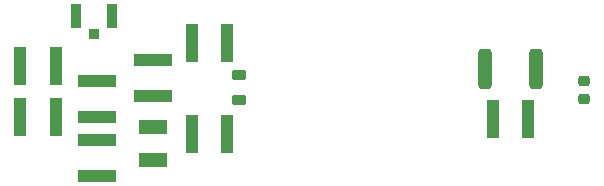
<source format=gtp>
G04 #@! TF.GenerationSoftware,KiCad,Pcbnew,7.0.9*
G04 #@! TF.CreationDate,2023-11-27T12:39:35-05:00*
G04 #@! TF.ProjectId,GE_3T_Wantcom_motherboard,47455f33-545f-4576-916e-74636f6d5f6d,0*
G04 #@! TF.SameCoordinates,Original*
G04 #@! TF.FileFunction,Paste,Top*
G04 #@! TF.FilePolarity,Positive*
%FSLAX46Y46*%
G04 Gerber Fmt 4.6, Leading zero omitted, Abs format (unit mm)*
G04 Created by KiCad (PCBNEW 7.0.9) date 2023-11-27 12:39:35*
%MOMM*%
%LPD*%
G01*
G04 APERTURE LIST*
G04 Aperture macros list*
%AMRoundRect*
0 Rectangle with rounded corners*
0 $1 Rounding radius*
0 $2 $3 $4 $5 $6 $7 $8 $9 X,Y pos of 4 corners*
0 Add a 4 corners polygon primitive as box body*
4,1,4,$2,$3,$4,$5,$6,$7,$8,$9,$2,$3,0*
0 Add four circle primitives for the rounded corners*
1,1,$1+$1,$2,$3*
1,1,$1+$1,$4,$5*
1,1,$1+$1,$6,$7*
1,1,$1+$1,$8,$9*
0 Add four rect primitives between the rounded corners*
20,1,$1+$1,$2,$3,$4,$5,0*
20,1,$1+$1,$4,$5,$6,$7,0*
20,1,$1+$1,$6,$7,$8,$9,0*
20,1,$1+$1,$8,$9,$2,$3,0*%
G04 Aperture macros list end*
%ADD10RoundRect,0.218750X0.381250X-0.218750X0.381250X0.218750X-0.381250X0.218750X-0.381250X-0.218750X0*%
%ADD11R,0.990600X3.251200*%
%ADD12RoundRect,0.250000X0.312500X1.450000X-0.312500X1.450000X-0.312500X-1.450000X0.312500X-1.450000X0*%
%ADD13R,3.251200X0.990600*%
%ADD14R,2.360000X1.270000*%
%ADD15R,0.838200X0.889000*%
%ADD16R,0.889000X2.057400*%
%ADD17RoundRect,0.225000X-0.250000X0.225000X-0.250000X-0.225000X0.250000X-0.225000X0.250000X0.225000X0*%
G04 APERTURE END LIST*
D10*
X175000000Y-109125000D03*
X175000000Y-107000000D03*
D11*
X159511300Y-106250000D03*
X156488700Y-106250000D03*
D12*
X200117500Y-106500000D03*
X195842500Y-106500000D03*
D13*
X163000000Y-107488700D03*
X163000000Y-110511300D03*
D14*
X167750000Y-114145000D03*
X167750000Y-111355000D03*
D11*
X159511300Y-110500000D03*
X156488700Y-110500000D03*
D15*
X162750000Y-103548399D03*
D16*
X161250000Y-101999990D03*
X164250000Y-101999990D03*
D11*
X196488700Y-110740000D03*
X199511300Y-110740000D03*
X170988700Y-112000000D03*
X174011300Y-112000000D03*
D13*
X167750000Y-105738700D03*
X167750000Y-108761300D03*
D17*
X204250000Y-107475000D03*
X204250000Y-109025000D03*
D13*
X163000000Y-112488700D03*
X163000000Y-115511300D03*
D11*
X171000000Y-104250000D03*
X174022600Y-104250000D03*
M02*

</source>
